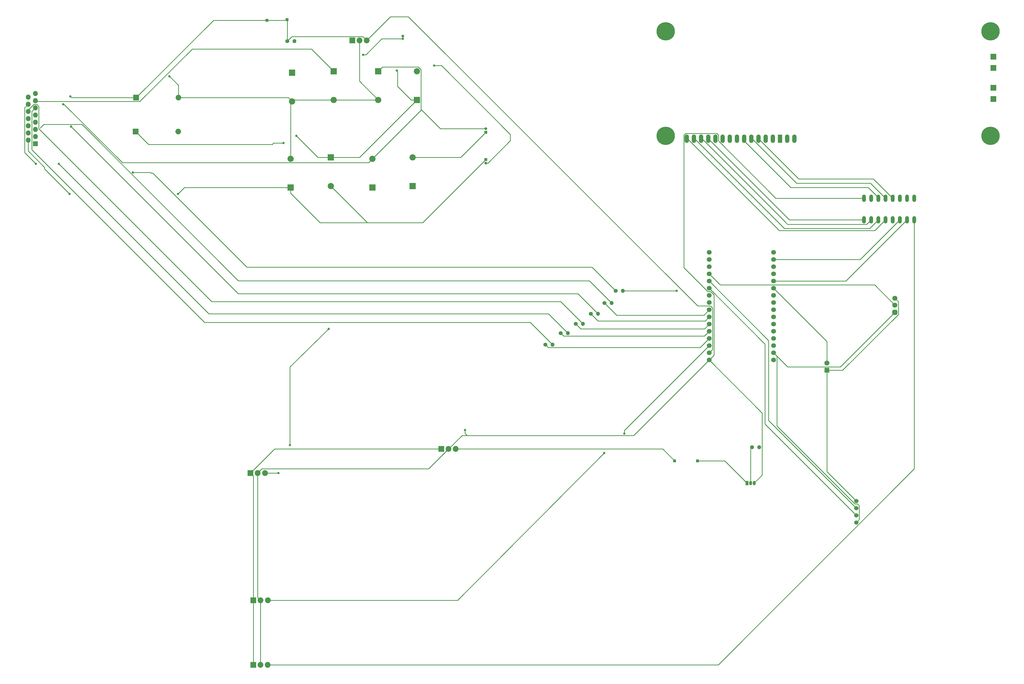
<source format=gbr>
%TF.GenerationSoftware,KiCad,Pcbnew,7.0.2-0*%
%TF.CreationDate,2023-05-09T19:36:01+07:00*%
%TF.ProjectId,esp32 wroom,65737033-3220-4777-926f-6f6d2e6b6963,rev?*%
%TF.SameCoordinates,Original*%
%TF.FileFunction,Copper,L2,Bot*%
%TF.FilePolarity,Positive*%
%FSLAX46Y46*%
G04 Gerber Fmt 4.6, Leading zero omitted, Abs format (unit mm)*
G04 Created by KiCad (PCBNEW 7.0.2-0) date 2023-05-09 19:36:01*
%MOMM*%
%LPD*%
G01*
G04 APERTURE LIST*
G04 Aperture macros list*
%AMRoundRect*
0 Rectangle with rounded corners*
0 $1 Rounding radius*
0 $2 $3 $4 $5 $6 $7 $8 $9 X,Y pos of 4 corners*
0 Add a 4 corners polygon primitive as box body*
4,1,4,$2,$3,$4,$5,$6,$7,$8,$9,$2,$3,0*
0 Add four circle primitives for the rounded corners*
1,1,$1+$1,$2,$3*
1,1,$1+$1,$4,$5*
1,1,$1+$1,$6,$7*
1,1,$1+$1,$8,$9*
0 Add four rect primitives between the rounded corners*
20,1,$1+$1,$2,$3,$4,$5,0*
20,1,$1+$1,$4,$5,$6,$7,0*
20,1,$1+$1,$6,$7,$8,$9,0*
20,1,$1+$1,$8,$9,$2,$3,0*%
G04 Aperture macros list end*
%TA.AperFunction,ComponentPad*%
%ADD10R,1.000000X1.000000*%
%TD*%
%TA.AperFunction,ComponentPad*%
%ADD11C,1.400000*%
%TD*%
%TA.AperFunction,ComponentPad*%
%ADD12O,1.400000X1.400000*%
%TD*%
%TA.AperFunction,ComponentPad*%
%ADD13R,2.200000X2.200000*%
%TD*%
%TA.AperFunction,ComponentPad*%
%ADD14O,2.200000X2.200000*%
%TD*%
%TA.AperFunction,ComponentPad*%
%ADD15R,1.800000X1.800000*%
%TD*%
%TA.AperFunction,ComponentPad*%
%ADD16O,1.800000X1.800000*%
%TD*%
%TA.AperFunction,ComponentPad*%
%ADD17R,2.055000X2.055000*%
%TD*%
%TA.AperFunction,ComponentPad*%
%ADD18C,2.055000*%
%TD*%
%TA.AperFunction,ComponentPad*%
%ADD19R,2.000000X2.000000*%
%TD*%
%TA.AperFunction,ComponentPad*%
%ADD20O,2.000000X2.000000*%
%TD*%
%TA.AperFunction,ComponentPad*%
%ADD21O,1.320800X2.641600*%
%TD*%
%TA.AperFunction,ComponentPad*%
%ADD22C,1.700000*%
%TD*%
%TA.AperFunction,ComponentPad*%
%ADD23R,1.050000X1.500000*%
%TD*%
%TA.AperFunction,ComponentPad*%
%ADD24O,1.050000X1.500000*%
%TD*%
%TA.AperFunction,ComponentPad*%
%ADD25RoundRect,0.450000X-0.450000X-0.450000X0.450000X-0.450000X0.450000X0.450000X-0.450000X0.450000X0*%
%TD*%
%TA.AperFunction,ComponentPad*%
%ADD26C,1.800000*%
%TD*%
%TA.AperFunction,ComponentPad*%
%ADD27R,0.850000X0.850000*%
%TD*%
%TA.AperFunction,ComponentPad*%
%ADD28O,0.850000X0.850000*%
%TD*%
%TA.AperFunction,ComponentPad*%
%ADD29C,6.500000*%
%TD*%
%TA.AperFunction,ComponentPad*%
%ADD30R,1.500000X3.000000*%
%TD*%
%TA.AperFunction,ComponentPad*%
%ADD31O,1.500000X3.000000*%
%TD*%
%TA.AperFunction,ComponentPad*%
%ADD32C,1.530000*%
%TD*%
%TA.AperFunction,ComponentPad*%
%ADD33O,1.000000X1.000000*%
%TD*%
%TA.AperFunction,ViaPad*%
%ADD34C,0.800000*%
%TD*%
%TA.AperFunction,Conductor*%
%ADD35C,0.250000*%
%TD*%
G04 APERTURE END LIST*
D10*
%TO.P,.2,1,Pin_1*%
%TO.N,5v*%
X138684000Y-15748000D03*
%TD*%
D11*
%TO.P,R4,1*%
%TO.N,/D14*%
X247954000Y-123190000D03*
D12*
%TO.P,R4,2*%
%TO.N,Net-(U6-IN3)*%
X250494000Y-123190000D03*
%TD*%
D13*
%TO.P,D6,1,K*%
%TO.N,Net-(D12-A)*%
X178054000Y-33782000D03*
D14*
%TO.P,D6,2,A*%
%TO.N,Earth*%
X178054000Y-43942000D03*
%TD*%
D15*
%TO.P,U6,1,SENSE_A*%
%TO.N,Earth*%
X56686000Y-59441000D03*
D16*
%TO.P,U6,2,OUT1*%
%TO.N,Net-(D3-K)*%
X54146000Y-58171000D03*
%TO.P,U6,3,OUT2*%
%TO.N,Net-(D10-A)*%
X56686000Y-56901000D03*
%TO.P,U6,4,Vs*%
%TO.N,/12v_wheel*%
X54146000Y-55631000D03*
%TO.P,U6,5,IN1*%
%TO.N,Net-(U6-IN1)*%
X56686000Y-54361000D03*
%TO.P,U6,6,EnA*%
%TO.N,Net-(U6-EnA)*%
X54146000Y-53091000D03*
%TO.P,U6,7,IN2*%
%TO.N,Net-(U6-IN2)*%
X56686000Y-51821000D03*
%TO.P,U6,8,GND*%
%TO.N,Earth*%
X54146000Y-50551000D03*
%TO.P,U6,9,Vss*%
%TO.N,5v*%
X56686000Y-49281000D03*
%TO.P,U6,10,IN3*%
%TO.N,Net-(U6-IN3)*%
X54146000Y-48011000D03*
%TO.P,U6,11,EnB*%
%TO.N,Net-(U6-EnB)*%
X56686000Y-46741000D03*
%TO.P,U6,12,IN4*%
%TO.N,Net-(U6-IN4)*%
X54146000Y-45471000D03*
%TO.P,U6,13,OUT3*%
%TO.N,Net-(D11-A)*%
X56686000Y-44201000D03*
%TO.P,U6,14,OUT4*%
%TO.N,Net-(D12-A)*%
X54146000Y-42931000D03*
%TO.P,U6,15,SENSE_B*%
%TO.N,Earth*%
X56686000Y-41661000D03*
%TD*%
D17*
%TO.P,VR2,1,INPUT*%
%TO.N,Net-(BT1-+)*%
X133858000Y-221079500D03*
D18*
%TO.P,VR2,2,GROUND*%
%TO.N,GND*%
X136408000Y-221079500D03*
%TO.P,VR2,3,OUTPUT*%
%TO.N,/5v_control*%
X138958000Y-221079500D03*
%TD*%
D19*
%TO.P,C2,1*%
%TO.N,5v*%
X92322000Y-43168500D03*
D20*
%TO.P,C2,2*%
%TO.N,Earth*%
X107322000Y-43168500D03*
%TD*%
D17*
%TO.P,VR1,1,INPUT*%
%TO.N,Net-(J6-Pin_2)*%
X168890000Y-22860000D03*
D18*
%TO.P,VR1,2,GROUND*%
%TO.N,Earth*%
X171440000Y-22860000D03*
%TO.P,VR1,3,OUTPUT*%
%TO.N,5v*%
X173990000Y-22860000D03*
%TD*%
D21*
%TO.P,U2,1,A0*%
%TO.N,unconnected-(U2-A0-Pad1)*%
X367792000Y-78740000D03*
%TO.P,U2,2,A1*%
%TO.N,unconnected-(U2-A1-Pad2)*%
X365252000Y-78740000D03*
%TO.P,U2,3,A2*%
%TO.N,unconnected-(U2-A2-Pad3)*%
X362712000Y-78740000D03*
%TO.P,U2,4,P0*%
%TO.N,Net-(U1-RS)*%
X360172000Y-78740000D03*
%TO.P,U2,5,P1*%
%TO.N,Net-(U1-R{slash}~{W})*%
X357632000Y-78740000D03*
%TO.P,U2,6,P2*%
%TO.N,Net-(U1-E)*%
X355092000Y-78740000D03*
%TO.P,U2,7,P3*%
%TO.N,unconnected-(U2-P3-Pad7)*%
X352552000Y-78740000D03*
%TO.P,U2,8,VSS*%
%TO.N,GND*%
X350012000Y-78740000D03*
%TO.P,U2,9,P4*%
%TO.N,Net-(U1-DB4)*%
X350012000Y-86360000D03*
%TO.P,U2,10,P5*%
%TO.N,Net-(U1-DB5)*%
X352552000Y-86360000D03*
%TO.P,U2,11,P6*%
%TO.N,Net-(U1-DB6)*%
X355092000Y-86360000D03*
%TO.P,U2,12,P7*%
%TO.N,Net-(U1-DB7)*%
X357632000Y-86360000D03*
%TO.P,U2,13,~{INT}*%
%TO.N,unconnected-(U2-~{INT}-Pad13)*%
X360172000Y-86360000D03*
%TO.P,U2,14,SCL*%
%TO.N,/D22*%
X362712000Y-86360000D03*
%TO.P,U2,15,SDA*%
%TO.N,/D21*%
X365252000Y-86360000D03*
%TO.P,U2,16,VDD*%
%TO.N,/5v_lcd*%
X367792000Y-86360000D03*
%TD*%
D13*
%TO.P,D3,1,K*%
%TO.N,Net-(D3-K)*%
X147066000Y-74930000D03*
D14*
%TO.P,D3,2,A*%
%TO.N,Earth*%
X147066000Y-64770000D03*
%TD*%
D10*
%TO.P,J2,1,Pin_1*%
%TO.N,/dust motor*%
X282956000Y-171704000D03*
%TD*%
D22*
%TO.P,U3,1,EN*%
%TO.N,unconnected-(U3-EN-Pad1)*%
X295173201Y-97951150D03*
%TO.P,U3,2,GPIO36*%
%TO.N,unconnected-(U3-GPIO36-Pad2)*%
X295173201Y-100491150D03*
%TO.P,U3,3,GPIO39*%
%TO.N,unconnected-(U3-GPIO39-Pad3)*%
X295173201Y-103031150D03*
%TO.P,U3,4,GPIO34*%
%TO.N,/D34*%
X295173201Y-105571150D03*
%TO.P,U3,5,GPIO35*%
%TO.N,/D35*%
X295173201Y-108111150D03*
%TO.P,U3,6,GPIO32*%
%TO.N,/D32*%
X295173201Y-110651150D03*
%TO.P,U3,7,GPIO33*%
%TO.N,/D33*%
X295173201Y-113191150D03*
%TO.P,U3,8,GPIO25*%
%TO.N,unconnected-(U3-GPIO25-Pad8)*%
X295173201Y-115731150D03*
%TO.P,U3,9,GPIO26*%
%TO.N,/D26*%
X295173201Y-118271150D03*
%TO.P,U3,10,GPIO27*%
%TO.N,/D27*%
X295173201Y-120811150D03*
%TO.P,U3,11,GPIO14*%
%TO.N,/D14*%
X295173201Y-123351150D03*
%TO.P,U3,12,GPIO12*%
%TO.N,/D12*%
X295173201Y-125891150D03*
%TO.P,U3,13,GPIO13*%
%TO.N,/D25*%
X295173201Y-128431150D03*
%TO.P,U3,14,VIN*%
%TO.N,/5v_control*%
X295173201Y-130971150D03*
%TO.P,U3,15,5V*%
%TO.N,5v*%
X295173201Y-133511150D03*
%TO.P,U3,16,GND*%
%TO.N,GND*%
X295173201Y-136051150D03*
%TO.P,U3,17,GPIO23*%
%TO.N,unconnected-(U3-GPIO23-Pad17)*%
X318011601Y-97939050D03*
%TO.P,U3,18,GPIO22*%
%TO.N,/D22*%
X318011601Y-100479050D03*
%TO.P,U3,19,TX0*%
%TO.N,unconnected-(U3-TX0-Pad19)*%
X318011601Y-103019050D03*
%TO.P,U3,20,RX0*%
%TO.N,unconnected-(U3-RX0-Pad20)*%
X318011601Y-105559050D03*
%TO.P,U3,21,GPIO21*%
%TO.N,/D21*%
X318011601Y-108099050D03*
%TO.P,U3,22,GPIO19*%
%TO.N,/D19*%
X318011601Y-110639050D03*
%TO.P,U3,23,GPIO18*%
%TO.N,/D18*%
X318011601Y-113179050D03*
%TO.P,U3,24,GPIO5*%
%TO.N,unconnected-(U3-GPIO5-Pad24)*%
X318011601Y-115719050D03*
%TO.P,U3,25,GPIO17*%
%TO.N,tx2*%
X318011601Y-118259050D03*
%TO.P,U3,26,GPIO16*%
%TO.N,rx2*%
X318011601Y-120799050D03*
%TO.P,U3,27,GPIO4*%
%TO.N,unconnected-(U3-GPIO4-Pad27)*%
X318011601Y-123339050D03*
%TO.P,U3,28,GPIO0*%
%TO.N,unconnected-(U3-GPIO0-Pad28)*%
X318011601Y-125879050D03*
%TO.P,U3,29,GPIO2*%
%TO.N,unconnected-(U3-GPIO2-Pad29)*%
X318011601Y-128419050D03*
%TO.P,U3,30,GPIO15*%
%TO.N,unconnected-(U3-GPIO15-Pad30)*%
X318011601Y-130959050D03*
%TO.P,U3,31,3V3*%
%TO.N,/3v3*%
X318011601Y-133499050D03*
%TO.P,U3,32,GND*%
%TO.N,/GND_1*%
X318011601Y-136039050D03*
%TD*%
D23*
%TO.P,Q1,1,C*%
%TO.N,Net-(J1-Pin_1)*%
X308610000Y-179578000D03*
D24*
%TO.P,Q1,2,B*%
%TO.N,Net-(Q1-B)*%
X309880000Y-179578000D03*
%TO.P,Q1,3,E*%
%TO.N,GND*%
X311150000Y-179578000D03*
%TD*%
D25*
%TO.P,RV1,1,1*%
%TO.N,/3v3*%
X360934000Y-119126000D03*
D26*
%TO.P,RV1,2,2*%
%TO.N,/D34*%
X360934000Y-116626000D03*
%TO.P,RV1,3,3*%
%TO.N,/GND_1*%
X360934000Y-114126000D03*
%TD*%
D13*
%TO.P,D5,1,K*%
%TO.N,Net-(D11-A)*%
X162306000Y-33782000D03*
D14*
%TO.P,D5,2,A*%
%TO.N,Earth*%
X162306000Y-43942000D03*
%TD*%
D11*
%TO.P,R7,1*%
%TO.N,/D25*%
X237236000Y-130556000D03*
D12*
%TO.P,R7,2*%
%TO.N,Net-(U6-EnB)*%
X239776000Y-130556000D03*
%TD*%
D13*
%TO.P,D4,1,K*%
%TO.N,Net-(D10-A)*%
X147574000Y-34290000D03*
D14*
%TO.P,D4,2,A*%
%TO.N,Earth*%
X147574000Y-44450000D03*
%TD*%
D13*
%TO.P,D9,1,K*%
%TO.N,/12v_wheel*%
X161290000Y-64262000D03*
D14*
%TO.P,D9,2,A*%
%TO.N,Net-(D3-K)*%
X161290000Y-74422000D03*
%TD*%
D27*
%TO.P,J6,1,Pin_1*%
%TO.N,/12v_wheel*%
X186726000Y-21344000D03*
D28*
%TO.P,J6,2,Pin_2*%
%TO.N,Net-(J6-Pin_2)*%
X186726000Y-22344000D03*
%TD*%
D11*
%TO.P,R5,1*%
%TO.N,/D27*%
X253288000Y-119634000D03*
D12*
%TO.P,R5,2*%
%TO.N,Net-(U6-IN2)*%
X255828000Y-119634000D03*
%TD*%
D17*
%TO.P,VR4,1,INPUT*%
%TO.N,Net-(BT1-+)*%
X200396000Y-167540500D03*
D18*
%TO.P,VR4,2,GROUND*%
%TO.N,GND*%
X202946000Y-167540500D03*
%TO.P,VR4,3,OUTPUT*%
%TO.N,/dust motor*%
X205496000Y-167540500D03*
%TD*%
D11*
%TO.P,R2,1*%
%TO.N,5v*%
X145846000Y-23114000D03*
D12*
%TO.P,R2,2*%
%TO.N,Net-(D7-A)*%
X148386000Y-23114000D03*
%TD*%
D29*
%TO.P,U1,*%
%TO.N,*%
X394794000Y-56658000D03*
X394794000Y-19658000D03*
X279794000Y-56658000D03*
X279794000Y-19658000D03*
D30*
%TO.P,U1,1,VSS*%
%TO.N,unconnected-(U1-VSS-Pad1)*%
X320294000Y-57658000D03*
D31*
%TO.P,U1,2,VDD*%
%TO.N,unconnected-(U1-VDD-Pad2)*%
X317754000Y-57658000D03*
%TO.P,U1,3,VO*%
%TO.N,unconnected-(U1-VO-Pad3)*%
X315214000Y-57658000D03*
%TO.P,U1,4,RS*%
%TO.N,Net-(U1-RS)*%
X312674000Y-57658000D03*
%TO.P,U1,5,R/~{W}*%
%TO.N,Net-(U1-R{slash}~{W})*%
X310134000Y-57658000D03*
%TO.P,U1,6,E*%
%TO.N,Net-(U1-E)*%
X307594000Y-57658000D03*
%TO.P,U1,7,DB0*%
%TO.N,unconnected-(U1-DB0-Pad7)*%
X305054000Y-57658000D03*
%TO.P,U1,8,DB1*%
%TO.N,unconnected-(U1-DB1-Pad8)*%
X302514000Y-57658000D03*
%TO.P,U1,9,DB2*%
%TO.N,unconnected-(U1-DB2-Pad9)*%
X299974000Y-57658000D03*
%TO.P,U1,10,DB3*%
%TO.N,unconnected-(U1-DB3-Pad10)*%
X297434000Y-57658000D03*
%TO.P,U1,11,DB4*%
%TO.N,Net-(U1-DB4)*%
X294894000Y-57658000D03*
%TO.P,U1,12,DB5*%
%TO.N,Net-(U1-DB5)*%
X292354000Y-57658000D03*
%TO.P,U1,13,DB6*%
%TO.N,Net-(U1-DB6)*%
X289814000Y-57658000D03*
%TO.P,U1,14,DB7*%
%TO.N,Net-(U1-DB7)*%
X287274000Y-57658000D03*
%TO.P,U1,15,A/VEE*%
%TO.N,unconnected-(U1-A{slash}VEE-Pad15)*%
X322834000Y-57658000D03*
%TO.P,U1,16,K*%
%TO.N,unconnected-(U1-K-Pad16)*%
X325374000Y-57658000D03*
D19*
%TO.P,U1,A1,A1*%
%TO.N,unconnected-(U1-PadA1)*%
X395794000Y-43658000D03*
%TO.P,U1,A2,A2*%
%TO.N,unconnected-(U1-PadA2)*%
X395794000Y-32658000D03*
%TO.P,U1,K1,K1*%
%TO.N,unconnected-(U1-PadK1)*%
X395794000Y-39658000D03*
%TO.P,U1,K2,K2*%
%TO.N,unconnected-(U1-PadK2)*%
X395794000Y-28658000D03*
%TD*%
D32*
%TO.P,U4,1,VCC*%
%TO.N,/3v3*%
X347237000Y-193548000D03*
%TO.P,U4,2,TRIG*%
%TO.N,/D32*%
X347237000Y-191008000D03*
%TO.P,U4,3,ECHO*%
%TO.N,/D35*%
X347237000Y-188468000D03*
%TO.P,U4,4,GND*%
%TO.N,/GND_1*%
X347237000Y-185928000D03*
%TD*%
D11*
%TO.P,R8,1*%
%TO.N,Net-(U6-EnA)*%
X262128000Y-111506000D03*
D12*
%TO.P,R8,2*%
%TO.N,/D33*%
X264668000Y-111506000D03*
%TD*%
D13*
%TO.P,D12,1,K*%
%TO.N,/12v_wheel*%
X176022000Y-74930000D03*
D14*
%TO.P,D12,2,A*%
%TO.N,Net-(D12-A)*%
X176022000Y-64770000D03*
%TD*%
D17*
%TO.P,U5,1,IN*%
%TO.N,Net-(BT1-+)*%
X132842000Y-176022000D03*
D18*
%TO.P,U5,2,GND*%
%TO.N,GND*%
X135392000Y-176022000D03*
%TO.P,U5,3,OUT*%
%TO.N,/12v_wheel*%
X137942000Y-176022000D03*
%TD*%
D13*
%TO.P,D10,1,K*%
%TO.N,/12v_wheel*%
X191770000Y-43942000D03*
D14*
%TO.P,D10,2,A*%
%TO.N,Net-(D10-A)*%
X191770000Y-33782000D03*
%TD*%
D13*
%TO.P,D11,1,K*%
%TO.N,/12v_wheel*%
X190246000Y-74422000D03*
D14*
%TO.P,D11,2,A*%
%TO.N,Net-(D11-A)*%
X190246000Y-64262000D03*
%TD*%
D11*
%TO.P,R1,1*%
%TO.N,Net-(Q1-B)*%
X310388000Y-166878000D03*
D12*
%TO.P,R1,2*%
%TO.N,/D18*%
X312928000Y-166878000D03*
%TD*%
D17*
%TO.P,VR3,1,INPUT*%
%TO.N,Net-(BT1-+)*%
X133848000Y-243939500D03*
D18*
%TO.P,VR3,2,GROUND*%
%TO.N,GND*%
X136398000Y-243939500D03*
%TO.P,VR3,3,OUTPUT*%
%TO.N,/5v_lcd*%
X138948000Y-243939500D03*
%TD*%
D19*
%TO.P,C1,1*%
%TO.N,/12v_wheel*%
X92202000Y-55118000D03*
D20*
%TO.P,C1,2*%
%TO.N,Earth*%
X107202000Y-55118000D03*
%TD*%
D10*
%TO.P,.1,1,Pin_1*%
%TO.N,5v*%
X145796000Y-15494000D03*
%TD*%
%TO.P,J1,1,Pin_1*%
%TO.N,Net-(J1-Pin_1)*%
X291084000Y-171704000D03*
%TD*%
D11*
%TO.P,R6,1*%
%TO.N,/D26*%
X258114000Y-115824000D03*
D12*
%TO.P,R6,2*%
%TO.N,Net-(U6-IN1)*%
X260654000Y-115824000D03*
%TD*%
D10*
%TO.P,J3,1,Pin_1*%
%TO.N,Net-(D3-K)*%
X216154000Y-65024000D03*
D33*
%TO.P,J3,2,Pin_2*%
%TO.N,Net-(D10-A)*%
X216154000Y-66294000D03*
%TD*%
D11*
%TO.P,R3,1*%
%TO.N,/D12*%
X242620000Y-126492000D03*
D12*
%TO.P,R3,2*%
%TO.N,Net-(U6-IN4)*%
X245160000Y-126492000D03*
%TD*%
D10*
%TO.P,J4,1,Pin_1*%
%TO.N,Net-(D11-A)*%
X216154000Y-55372000D03*
D33*
%TO.P,J4,2,Pin_2*%
%TO.N,Net-(D12-A)*%
X216154000Y-54102000D03*
%TD*%
D15*
%TO.P,D1,1,K*%
%TO.N,/GND_1*%
X336824000Y-139669000D03*
D26*
%TO.P,D1,2,A*%
%TO.N,/D19*%
X336824000Y-137129000D03*
%TD*%
D34*
%TO.N,5v*%
X69088000Y-42672000D03*
%TO.N,/12v_wheel*%
X142748000Y-176022000D03*
X160528000Y-124968000D03*
X146812000Y-166116000D03*
X149098000Y-56642000D03*
X144526000Y-59182000D03*
X184658000Y-33528000D03*
%TO.N,Earth*%
X104140000Y-35560000D03*
%TO.N,GND*%
X208788000Y-160782000D03*
%TO.N,Net-(D3-K)*%
X107188000Y-77216000D03*
X68834000Y-77216000D03*
%TO.N,Net-(D10-A)*%
X197866000Y-31750000D03*
%TO.N,Net-(D12-A)*%
X66548000Y-45466000D03*
%TO.N,Net-(J6-Pin_2)*%
X172720000Y-27940000D03*
%TO.N,/D33*%
X283718000Y-111506000D03*
%TO.N,/5v_control*%
X265176000Y-162052000D03*
X258064000Y-168910000D03*
%TO.N,Net-(U6-IN4)*%
X65024000Y-66548000D03*
X56896000Y-66548000D03*
%TO.N,Net-(U6-IN2)*%
X69342000Y-53340000D03*
%TO.N,Net-(U6-EnA)*%
X91186000Y-69596000D03*
%TD*%
D35*
%TO.N,Net-(BT1-+)*%
X133848000Y-243939500D02*
X133848000Y-221089500D01*
X141323500Y-167540500D02*
X132842000Y-176022000D01*
X133858000Y-177038000D02*
X132842000Y-176022000D01*
X133848000Y-221089500D02*
X133858000Y-221079500D01*
X200396000Y-167540500D02*
X141323500Y-167540500D01*
X133858000Y-221079500D02*
X133858000Y-177038000D01*
%TO.N,5v*%
X291150150Y-116906150D02*
X188722000Y-14478000D01*
X172637500Y-21507500D02*
X173990000Y-22860000D01*
X92322000Y-43168500D02*
X69584500Y-43168500D01*
X69584500Y-43168500D02*
X69088000Y-42672000D01*
X138684000Y-15748000D02*
X145542000Y-15748000D01*
X145846000Y-15544000D02*
X145796000Y-15494000D01*
X296418000Y-132266351D02*
X296418000Y-117664248D01*
X138684000Y-15748000D02*
X119742500Y-15748000D01*
X182372000Y-14478000D02*
X173990000Y-22860000D01*
X188722000Y-14478000D02*
X182372000Y-14478000D01*
X145542000Y-15748000D02*
X145796000Y-15494000D01*
X145846000Y-23114000D02*
X147452500Y-21507500D01*
X145846000Y-23114000D02*
X145846000Y-15544000D01*
X296418000Y-117664248D02*
X295659902Y-116906150D01*
X295173201Y-133511150D02*
X296418000Y-132266351D01*
X119742500Y-15748000D02*
X92322000Y-43168500D01*
X147452500Y-21507500D02*
X172637500Y-21507500D01*
X295659902Y-116906150D02*
X291150150Y-116906150D01*
%TO.N,/D19*%
X336824000Y-137129000D02*
X336824000Y-129451449D01*
X336824000Y-129451449D02*
X318011601Y-110639050D01*
%TO.N,Net-(U1-RS)*%
X312674000Y-57658000D02*
X326898000Y-71882000D01*
X326898000Y-71882000D02*
X353314000Y-71882000D01*
X353314000Y-71882000D02*
X360172000Y-78740000D01*
%TO.N,Net-(U1-R{slash}~{W})*%
X357632000Y-78740000D02*
X352298000Y-73406000D01*
X310388000Y-57658000D02*
X310134000Y-57658000D01*
X326136000Y-73406000D02*
X310388000Y-57658000D01*
X352298000Y-73406000D02*
X326136000Y-73406000D01*
%TO.N,Net-(U1-E)*%
X324104000Y-74930000D02*
X307594000Y-58420000D01*
X351532000Y-74930000D02*
X355092000Y-78490000D01*
X307594000Y-58420000D02*
X307594000Y-57658000D01*
X355092000Y-78490000D02*
X355092000Y-78740000D01*
X324104000Y-74930000D02*
X351532000Y-74930000D01*
%TO.N,Net-(U1-DB4)*%
X350012000Y-86360000D02*
X323596000Y-86360000D01*
X323596000Y-86360000D02*
X294894000Y-57658000D01*
%TO.N,Net-(U1-DB5)*%
X350906200Y-88005800D02*
X322955800Y-88005800D01*
X322326000Y-87360280D02*
X292623720Y-57658000D01*
X322955800Y-88005800D02*
X322326000Y-87376000D01*
X352552000Y-86360000D02*
X350906200Y-88005800D01*
X322326000Y-87376000D02*
X322326000Y-87360280D01*
X292623720Y-57658000D02*
X292354000Y-57658000D01*
%TO.N,Net-(U1-DB6)*%
X355092000Y-86360000D02*
X352044000Y-89408000D01*
X290068000Y-57658000D02*
X289814000Y-57658000D01*
X321818000Y-89408000D02*
X290068000Y-57658000D01*
X352044000Y-89408000D02*
X321818000Y-89408000D01*
%TO.N,Net-(U1-DB7)*%
X353822000Y-90170000D02*
X320040000Y-90170000D01*
X320040000Y-90170000D02*
X287528000Y-57658000D01*
X287528000Y-57658000D02*
X287274000Y-57658000D01*
X357632000Y-86360000D02*
X353822000Y-90170000D01*
%TO.N,/D22*%
X348592950Y-100479050D02*
X318011601Y-100479050D01*
X362712000Y-86360000D02*
X348592950Y-100479050D01*
%TO.N,/D21*%
X365252000Y-86360000D02*
X343512950Y-108099050D01*
X343512950Y-108099050D02*
X318011601Y-108099050D01*
%TO.N,/3v3*%
X319186601Y-134674050D02*
X318011601Y-133499050D01*
X347237000Y-193548000D02*
X348327000Y-192458000D01*
X322956551Y-138444000D02*
X318011601Y-133499050D01*
X348327000Y-192458000D02*
X348327000Y-187656507D01*
X347688493Y-187018000D02*
X346785507Y-187018000D01*
X319186601Y-159419094D02*
X319186601Y-134674050D01*
X360934000Y-119126000D02*
X341616000Y-138444000D01*
X348327000Y-187656507D02*
X347688493Y-187018000D01*
X346785507Y-187018000D02*
X319186601Y-159419094D01*
X341616000Y-138444000D02*
X322956551Y-138444000D01*
%TO.N,/12v_wheel*%
X96774000Y-59690000D02*
X92202000Y-55118000D01*
X137942000Y-176022000D02*
X142748000Y-176022000D01*
X146812000Y-166116000D02*
X146812000Y-138430000D01*
X140716000Y-59436000D02*
X140970000Y-59182000D01*
X156718000Y-64262000D02*
X149098000Y-56642000D01*
X171450000Y-64262000D02*
X191770000Y-43942000D01*
X140716000Y-59690000D02*
X96774000Y-59690000D01*
X191770000Y-43942000D02*
X189738000Y-43942000D01*
X142748000Y-176022000D02*
X142494000Y-176022000D01*
X160528000Y-124968000D02*
X160274000Y-124968000D01*
X140970000Y-59182000D02*
X144526000Y-59182000D01*
X161290000Y-64262000D02*
X171450000Y-64262000D01*
X189738000Y-43942000D02*
X184912000Y-39116000D01*
X184912000Y-33782000D02*
X184658000Y-33528000D01*
X161290000Y-64262000D02*
X156718000Y-64262000D01*
X140716000Y-59690000D02*
X140716000Y-59436000D01*
X184912000Y-39116000D02*
X184912000Y-33782000D01*
X146812000Y-138430000D02*
X160528000Y-124968000D01*
%TO.N,Earth*%
X148082000Y-43942000D02*
X147574000Y-44450000D01*
X147066000Y-44958000D02*
X147574000Y-44450000D01*
X162306000Y-43942000D02*
X178054000Y-43942000D01*
X107322000Y-43168500D02*
X107322000Y-38742000D01*
X171440000Y-22860000D02*
X171440000Y-37328000D01*
X146292500Y-43168500D02*
X147574000Y-44450000D01*
X147066000Y-64770000D02*
X147066000Y-44958000D01*
X171440000Y-37328000D02*
X178054000Y-43942000D01*
X162306000Y-43942000D02*
X148082000Y-43942000D01*
X104140000Y-35560000D02*
X104394000Y-35814000D01*
X107322000Y-43168500D02*
X146292500Y-43168500D01*
X107322000Y-38742000D02*
X104140000Y-35560000D01*
%TO.N,/GND_1*%
X336824000Y-139669000D02*
X336824000Y-175515000D01*
X342387016Y-139669000D02*
X336824000Y-139669000D01*
X360934000Y-114126000D02*
X362159000Y-115351000D01*
X336824000Y-175515000D02*
X347237000Y-185928000D01*
X362159000Y-119897016D02*
X342387016Y-139669000D01*
X362159000Y-115351000D02*
X362159000Y-119897016D01*
%TO.N,/dust motor*%
X278792500Y-167540500D02*
X282956000Y-171704000D01*
X205496000Y-167540500D02*
X278792500Y-167540500D01*
%TO.N,/5v_lcd*%
X298386993Y-243939500D02*
X138948000Y-243939500D01*
X367792000Y-174534493D02*
X298386993Y-243939500D01*
X367792000Y-86360000D02*
X367792000Y-174534493D01*
%TO.N,GND*%
X212344000Y-162777000D02*
X268447351Y-162777000D01*
X135392000Y-176022000D02*
X135392000Y-220063500D01*
X209550000Y-162777000D02*
X212344000Y-162777000D01*
X313953000Y-176775000D02*
X311150000Y-179578000D01*
X208788000Y-160782000D02*
X208788000Y-162015000D01*
X295173201Y-136051150D02*
X313953000Y-154830949D01*
X195924302Y-174562198D02*
X136851802Y-174562198D01*
X286199000Y-103338650D02*
X286199000Y-56462720D01*
X296868000Y-112982345D02*
X295711805Y-111826150D01*
X295711805Y-111826150D02*
X294686500Y-111826150D01*
X202946000Y-167540500D02*
X207709500Y-162777000D01*
X298509000Y-58479000D02*
X318770000Y-78740000D01*
X318770000Y-78740000D02*
X350012000Y-78740000D01*
X298509000Y-56462720D02*
X298509000Y-58479000D01*
X136851802Y-174562198D02*
X135392000Y-176022000D01*
X294686500Y-111826150D02*
X286199000Y-103338650D01*
X313953000Y-154830949D02*
X313953000Y-176775000D01*
X297879280Y-55833000D02*
X298509000Y-56462720D01*
X268447351Y-162777000D02*
X295173201Y-136051150D01*
X295173201Y-136051150D02*
X296868000Y-134356351D01*
X207709500Y-162777000D02*
X209550000Y-162777000D01*
X286828720Y-55833000D02*
X297879280Y-55833000D01*
X202946000Y-167540500D02*
X195924302Y-174562198D01*
X136398000Y-243939500D02*
X136398000Y-221089500D01*
X208788000Y-162015000D02*
X209550000Y-162777000D01*
X296868000Y-134356351D02*
X296868000Y-112982345D01*
X286199000Y-56462720D02*
X286828720Y-55833000D01*
X136398000Y-221089500D02*
X136408000Y-221079500D01*
X135392000Y-220063500D02*
X136408000Y-221079500D01*
%TO.N,Net-(D3-K)*%
X157480000Y-87376000D02*
X147066000Y-76962000D01*
X54146000Y-62020000D02*
X59944000Y-67818000D01*
X109474000Y-74930000D02*
X147066000Y-74930000D01*
X174244000Y-87376000D02*
X161290000Y-74422000D01*
X216154000Y-65024000D02*
X193802000Y-87376000D01*
X68834000Y-77216000D02*
X59944000Y-68326000D01*
X193802000Y-87376000D02*
X174244000Y-87376000D01*
X59944000Y-68326000D02*
X59944000Y-67818000D01*
X107188000Y-77216000D02*
X109474000Y-74930000D01*
X54146000Y-58171000D02*
X54146000Y-62020000D01*
X147066000Y-76962000D02*
X147066000Y-74930000D01*
X174244000Y-87376000D02*
X157480000Y-87376000D01*
%TO.N,Net-(D10-A)*%
X224790000Y-58365106D02*
X224790000Y-56134000D01*
X197924000Y-31808000D02*
X197866000Y-31750000D01*
X216154000Y-66294000D02*
X216861106Y-66294000D01*
X224790000Y-56134000D02*
X200464000Y-31808000D01*
X216861106Y-66294000D02*
X224790000Y-58365106D01*
X200464000Y-31808000D02*
X197924000Y-31808000D01*
%TO.N,Net-(D11-A)*%
X112232500Y-25908000D02*
X93647000Y-44493500D01*
X207264000Y-64262000D02*
X216154000Y-55372000D01*
X190246000Y-64262000D02*
X207264000Y-64262000D01*
X154432000Y-25908000D02*
X112232500Y-25908000D01*
X93647000Y-44493500D02*
X56978500Y-44493500D01*
X56978500Y-44493500D02*
X56686000Y-44201000D01*
X162306000Y-33782000D02*
X154432000Y-25908000D01*
%TO.N,Net-(D12-A)*%
X216154000Y-54102000D02*
X200053000Y-54102000D01*
X176022000Y-64770000D02*
X174597000Y-66195000D01*
X66802000Y-45466000D02*
X66548000Y-45466000D01*
X193195000Y-33191745D02*
X192261255Y-32258000D01*
X192261255Y-32258000D02*
X179578000Y-32258000D01*
X179578000Y-32258000D02*
X178054000Y-33782000D01*
X174597000Y-66195000D02*
X87531000Y-66195000D01*
X200053000Y-54102000D02*
X193195000Y-47244000D01*
X193195000Y-47244000D02*
X193195000Y-33191745D01*
X193195000Y-47597000D02*
X193195000Y-47244000D01*
X87531000Y-66195000D02*
X66802000Y-45466000D01*
X176022000Y-64770000D02*
X193195000Y-47597000D01*
%TO.N,Net-(J1-Pin_1)*%
X300736000Y-171704000D02*
X308610000Y-179578000D01*
X291084000Y-171704000D02*
X300736000Y-171704000D01*
%TO.N,Net-(J6-Pin_2)*%
X179332000Y-22344000D02*
X173736000Y-27940000D01*
X186726000Y-22344000D02*
X179332000Y-22344000D01*
X173736000Y-27940000D02*
X172720000Y-27940000D01*
%TO.N,Net-(Q1-B)*%
X310388000Y-166878000D02*
X309880000Y-167386000D01*
X309880000Y-167386000D02*
X309880000Y-179578000D01*
%TO.N,/D34*%
X299066101Y-109464050D02*
X295173201Y-105571150D01*
X360934000Y-116626000D02*
X353772050Y-109464050D01*
X353772050Y-109464050D02*
X299066101Y-109464050D01*
%TO.N,/D35*%
X316230000Y-129167949D02*
X295173201Y-108111150D01*
X347237000Y-188468000D02*
X316230000Y-157461000D01*
X316230000Y-157461000D02*
X316230000Y-129167949D01*
%TO.N,/D32*%
X314960000Y-158731000D02*
X314960000Y-130437949D01*
X347237000Y-191008000D02*
X314960000Y-158731000D01*
X314960000Y-130437949D02*
X295173201Y-110651150D01*
%TO.N,/D33*%
X283718000Y-111506000D02*
X283464000Y-111506000D01*
X264668000Y-111506000D02*
X283718000Y-111506000D01*
%TO.N,/D26*%
X262432000Y-120142000D02*
X258114000Y-115824000D01*
X293302351Y-120142000D02*
X262432000Y-120142000D01*
X295173201Y-118271150D02*
X293302351Y-120142000D01*
%TO.N,/D27*%
X293810351Y-122174000D02*
X255828000Y-122174000D01*
X255828000Y-122174000D02*
X253288000Y-119634000D01*
X295173201Y-120811150D02*
X293810351Y-122174000D01*
%TO.N,/D14*%
X295173201Y-123351150D02*
X293556351Y-124968000D01*
X293556351Y-124968000D02*
X249732000Y-124968000D01*
X249732000Y-124968000D02*
X247954000Y-123190000D01*
%TO.N,/D12*%
X243645000Y-127517000D02*
X293547351Y-127517000D01*
X293547351Y-127517000D02*
X295173201Y-125891150D01*
X242620000Y-126492000D02*
X243645000Y-127517000D01*
%TO.N,/D25*%
X238261000Y-131581000D02*
X292023351Y-131581000D01*
X292023351Y-131581000D02*
X295173201Y-128431150D01*
X237236000Y-130556000D02*
X238261000Y-131581000D01*
%TO.N,/5v_control*%
X258064000Y-168910000D02*
X258064000Y-169164000D01*
X138958000Y-221079500D02*
X206148500Y-221079500D01*
X265176000Y-160968351D02*
X295173201Y-130971150D01*
X265176000Y-162052000D02*
X265176000Y-160968351D01*
X206148500Y-221079500D02*
X258064000Y-168910000D01*
%TO.N,Net-(U6-IN4)*%
X52921000Y-46696000D02*
X54146000Y-45471000D01*
X52921000Y-62573000D02*
X52921000Y-46696000D01*
X56896000Y-66548000D02*
X52921000Y-62573000D01*
X118110000Y-119634000D02*
X65278000Y-66802000D01*
X65278000Y-66802000D02*
X65024000Y-66548000D01*
X238302000Y-119634000D02*
X118110000Y-119634000D01*
X245160000Y-126492000D02*
X238302000Y-119634000D01*
X65024000Y-66548000D02*
X65278000Y-66548000D01*
%TO.N,Net-(U6-IN3)*%
X54146000Y-47548588D02*
X54146000Y-48011000D01*
X57911000Y-54101000D02*
X57911000Y-46233588D01*
X250494000Y-123190000D02*
X242620000Y-115316000D01*
X242620000Y-115316000D02*
X119126000Y-115316000D01*
X56178588Y-45516000D02*
X54146000Y-47548588D01*
X57193412Y-45516000D02*
X56178588Y-45516000D01*
X57911000Y-46233588D02*
X57193412Y-45516000D01*
X119126000Y-115316000D02*
X57911000Y-54101000D01*
%TO.N,Net-(U6-IN2)*%
X128524000Y-112522000D02*
X69342000Y-53340000D01*
X255828000Y-119634000D02*
X248716000Y-112522000D01*
X248716000Y-112522000D02*
X128524000Y-112522000D01*
%TO.N,Net-(U6-IN1)*%
X252780000Y-107950000D02*
X128514695Y-107950000D01*
X73179695Y-52615000D02*
X59660604Y-52615000D01*
X260654000Y-115824000D02*
X252780000Y-107950000D01*
X59660604Y-52615000D02*
X58361000Y-53914604D01*
X128514695Y-107950000D02*
X73179695Y-52615000D01*
%TO.N,Net-(U6-EnB)*%
X231902000Y-122682000D02*
X116586000Y-122682000D01*
X55461000Y-61557000D02*
X55461000Y-47966000D01*
X116586000Y-122682000D02*
X55461000Y-61557000D01*
X239776000Y-130556000D02*
X231902000Y-122682000D01*
X55461000Y-47966000D02*
X56686000Y-46741000D01*
%TO.N,Net-(U6-EnA)*%
X253746000Y-103124000D02*
X131572000Y-103124000D01*
X97790000Y-69850000D02*
X97536000Y-69596000D01*
X98298000Y-69850000D02*
X97790000Y-69850000D01*
X131572000Y-103124000D02*
X98298000Y-69850000D01*
X91186000Y-69596000D02*
X91440000Y-69850000D01*
X262128000Y-111506000D02*
X253746000Y-103124000D01*
X97536000Y-69596000D02*
X91186000Y-69596000D01*
%TD*%
M02*

</source>
